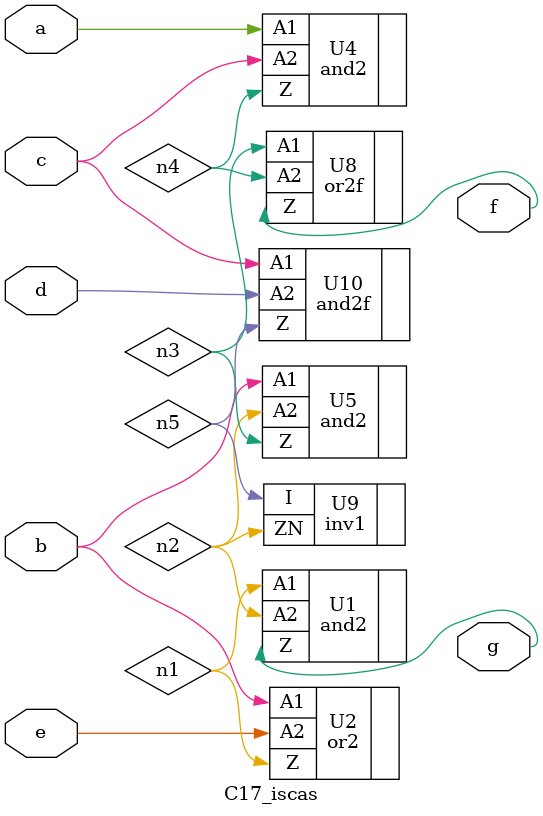
<source format=sv>

module C17_iscas ( e, d, c, b, a, g, f );
  input e, d, c, b, a;
  output g, f;
  wire   n1, n2, n3, n4, n5;

  and2 U1 ( .A1(n1), .A2(n2), .Z(g) );
  or2 U2 ( .A1(b), .A2(e), .Z(n1) );
  and2 U4 ( .A1(a), .A2(c), .Z(n4) );
  and2 U5 ( .A1(b), .A2(n2), .Z(n3) );
  or2f U8 ( .A1(n3), .A2(n4), .Z(f) );
  inv1 U9 ( .I(n5), .ZN(n2) );
  and2f U10 ( .A1(c), .A2(d), .Z(n5) );
endmodule


</source>
